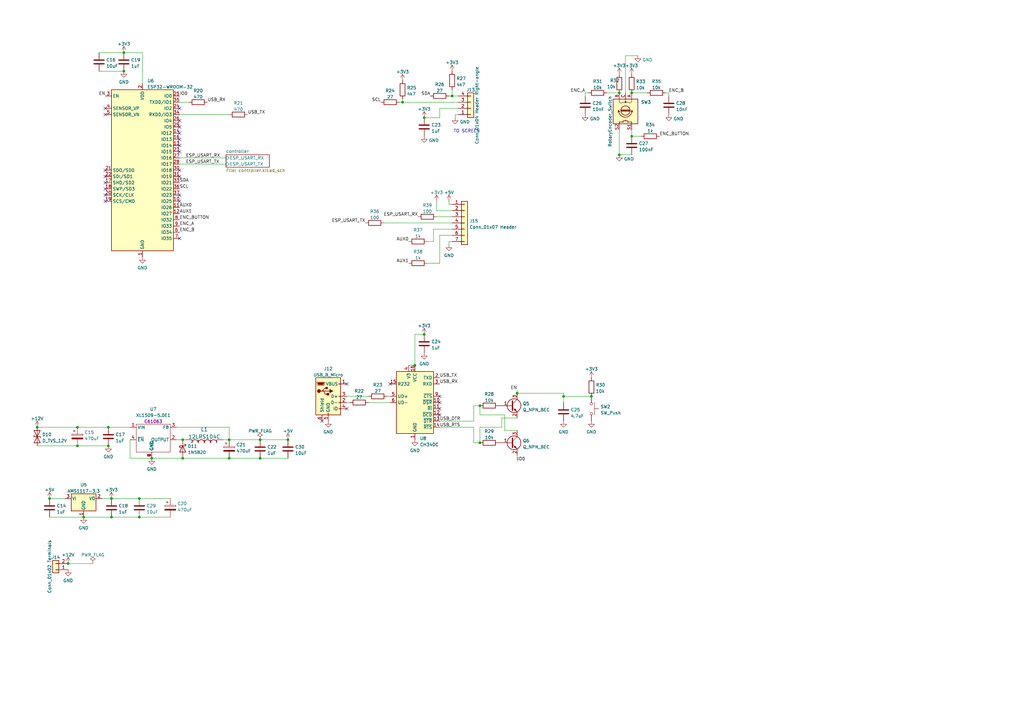
<source format=kicad_sch>
(kicad_sch (version 20211123) (generator eeschema)
  (paper "A3")
  (lib_symbols
    (symbol "Connector:USB_B_Micro" (pin_names (offset 1.016))
      (property "Reference" "J" (at -5.08 11.43 0))
      (property "Value" "USB_B_Micro" (at -5.08 8.89 0))
      (symbol "USB_B_Micro_0_1"
        (rectangle (start -5.08 -7.62) (end 5.08 7.62) (stroke (width 0.254)) (fill (type background)))
        (circle (center -3.81 2.159) (radius 0.635) (stroke (width 0.254)) (fill (type outline)))
        (circle (center -0.635 3.429) (radius 0.381) (stroke (width 0.254)) (fill (type outline)))
        (rectangle (start -0.127 -7.62) (end 0.127 -6.858))
        (polyline (pts (xy -1.905 2.159) (xy 0.635 2.159)) (stroke (width 0.254)))
        (polyline (pts (xy -3.175 2.159) (xy -2.54 2.159) (xy -1.27 3.429) (xy -0.635 3.429)) (stroke (width 0.254)))
        (polyline (pts (xy -2.54 2.159) (xy -1.905 2.159) (xy -1.27 0.889) (xy 0 0.889)) (stroke (width 0.254)))
        (polyline (pts (xy 0.635 2.794) (xy 0.635 1.524) (xy 1.905 2.159) (xy 0.635 2.794)) (stroke (width 0.254)) (fill (type outline)))
        (polyline (pts (xy -4.318 5.588) (xy -1.778 5.588) (xy -2.032 4.826) (xy -4.064 4.826) (xy -4.318 5.588)) (fill (type outline)))
        (polyline (pts (xy -4.699 5.842) (xy -4.699 5.588) (xy -4.445 4.826) (xy -4.445 4.572) (xy -1.651 4.572) (xy -1.651 4.826) (xy -1.397 5.588) (xy -1.397 5.842) (xy -4.699 5.842)))
        (rectangle (start 0.254 1.27) (end -0.508 0.508) (stroke (width 0.254)) (fill (type outline)))
        (rectangle (start 5.08 -5.207) (end 4.318 -4.953))
        (rectangle (start 5.08 -2.667) (end 4.318 -2.413))
        (rectangle (start 5.08 -0.127) (end 4.318 0.127))
        (rectangle (start 5.08 4.953) (end 4.318 5.207))
      )
      (symbol "USB_B_Micro_1_1"
        (pin power_out line (at 7.62 5.08 180) (length 2.54) (name "VBUS") (number "1"))
        (pin bidirectional line (at 7.62 -2.54 180) (length 2.54) (name "D-") (number "2"))
        (pin bidirectional line (at 7.62 0 180) (length 2.54) (name "D+") (number "3"))
        (pin passive line (at 7.62 -5.08 180) (length 2.54) (name "ID") (number "4"))
        (pin power_out line (at 0 -10.16 90) (length 2.54) (name "GND") (number "5"))
        (pin passive line (at -2.54 -10.16 90) (length 2.54) (name "Shield") (number "6"))
      )
    )
    (symbol "Connector_Generic:Conn_01x02" (pin_names (offset 1.016) hide)
      (property "Reference" "J" (at 0 2.54 0))
      (property "Value" "Conn_01x02" (at 0 -5.08 0))
      (symbol "Conn_01x02_1_1"
        (rectangle (start -1.27 -2.413) (end 0 -2.667) (stroke (width 0.1524)))
        (rectangle (start -1.27 0.127) (end 0 -0.127) (stroke (width 0.1524)))
        (rectangle (start -1.27 1.27) (end 1.27 -3.81) (stroke (width 0.254)) (fill (type background)))
        (pin passive line (at -5.08 0 0) (length 3.81) (name "Pin_1") (number "1"))
        (pin passive line (at -5.08 -2.54 0) (length 3.81) (name "Pin_2") (number "2"))
      )
    )
    (symbol "Connector_Generic:Conn_01x04" (pin_names (offset 1.016) hide)
      (property "Reference" "J" (at 0 5.08 0))
      (property "Value" "Conn_01x04" (at 0 -7.62 0))
      (symbol "Conn_01x04_1_1"
        (rectangle (start -1.27 -4.953) (end 0 -5.207) (stroke (width 0.1524)))
        (rectangle (start -1.27 -2.413) (end 0 -2.667) (stroke (width 0.1524)))
        (rectangle (start -1.27 0.127) (end 0 -0.127) (stroke (width 0.1524)))
        (rectangle (start -1.27 2.667) (end 0 2.413) (stroke (width 0.1524)))
        (rectangle (start -1.27 3.81) (end 1.27 -6.35) (stroke (width 0.254)) (fill (type background)))
        (pin passive line (at -5.08 2.54 0) (length 3.81) (name "Pin_1") (number "1"))
        (pin passive line (at -5.08 0 0) (length 3.81) (name "Pin_2") (number "2"))
        (pin passive line (at -5.08 -2.54 0) (length 3.81) (name "Pin_3") (number "3"))
        (pin passive line (at -5.08 -5.08 0) (length 3.81) (name "Pin_4") (number "4"))
      )
    )
    (symbol "Connector_Generic:Conn_01x07" (pin_names (offset 1.016) hide)
      (property "Reference" "J" (at 0 10.16 0))
      (property "Value" "Conn_01x07" (at 0 -10.16 0))
      (symbol "Conn_01x07_1_1"
        (rectangle (start -1.27 -7.493) (end 0 -7.747) (stroke (width 0.1524)))
        (rectangle (start -1.27 -4.953) (end 0 -5.207) (stroke (width 0.1524)))
        (rectangle (start -1.27 -2.413) (end 0 -2.667) (stroke (width 0.1524)))
        (rectangle (start -1.27 0.127) (end 0 -0.127) (stroke (width 0.1524)))
        (rectangle (start -1.27 2.667) (end 0 2.413) (stroke (width 0.1524)))
        (rectangle (start -1.27 5.207) (end 0 4.953) (stroke (width 0.1524)))
        (rectangle (start -1.27 7.747) (end 0 7.493) (stroke (width 0.1524)))
        (rectangle (start -1.27 8.89) (end 1.27 -8.89) (stroke (width 0.254)) (fill (type background)))
        (pin passive line (at -5.08 7.62 0) (length 3.81) (name "Pin_1") (number "1"))
        (pin passive line (at -5.08 5.08 0) (length 3.81) (name "Pin_2") (number "2"))
        (pin passive line (at -5.08 2.54 0) (length 3.81) (name "Pin_3") (number "3"))
        (pin passive line (at -5.08 0 0) (length 3.81) (name "Pin_4") (number "4"))
        (pin passive line (at -5.08 -2.54 0) (length 3.81) (name "Pin_5") (number "5"))
        (pin passive line (at -5.08 -5.08 0) (length 3.81) (name "Pin_6") (number "6"))
        (pin passive line (at -5.08 -7.62 0) (length 3.81) (name "Pin_7") (number "7"))
      )
    )
    (symbol "Device:C" (pin_numbers hide) (pin_names (offset 0.254))
      (property "Reference" "C" (at 0.635 2.54 0))
      (property "Value" "C" (at 0.635 -2.54 0))
      (symbol "C_0_1"
        (polyline (pts (xy -2.032 -0.762) (xy 2.032 -0.762)) (stroke (width 0.508)))
        (polyline (pts (xy -2.032 0.762) (xy 2.032 0.762)) (stroke (width 0.508)))
      )
      (symbol "C_1_1"
        (pin passive line (at 0 3.81 270) (length 2.794) (name "~") (number "1"))
        (pin passive line (at 0 -3.81 90) (length 2.794) (name "~") (number "2"))
      )
    )
    (symbol "Device:C_Polarized" (pin_numbers hide) (pin_names (offset 0.254))
      (property "Reference" "C" (at 0.635 2.54 0))
      (property "Value" "C_Polarized" (at 0.635 -2.54 0))
      (symbol "C_Polarized_0_1"
        (rectangle (start -2.286 0.508) (end 2.286 1.016))
        (polyline (pts (xy -1.778 2.286) (xy -0.762 2.286)))
        (polyline (pts (xy -1.27 2.794) (xy -1.27 1.778)))
        (rectangle (start 2.286 -0.508) (end -2.286 -1.016) (fill (type outline)))
      )
      (symbol "C_Polarized_1_1"
        (pin passive line (at 0 3.81 270) (length 2.794) (name "~") (number "1"))
        (pin passive line (at 0 -3.81 90) (length 2.794) (name "~") (number "2"))
      )
    )
    (symbol "Device:D_TVS" (pin_numbers hide) (pin_names (offset 1.016) hide)
      (property "Reference" "D" (at 0 2.54 0))
      (property "Value" "D_TVS" (at 0 -2.54 0))
      (symbol "D_TVS_0_1"
        (polyline (pts (xy 1.27 0) (xy -1.27 0)))
        (polyline (pts (xy 0.508 1.27) (xy 0 1.27) (xy 0 -1.27) (xy -0.508 -1.27)) (stroke (width 0.254)))
        (polyline (pts (xy -2.54 1.27) (xy -2.54 -1.27) (xy 2.54 1.27) (xy 2.54 -1.27) (xy -2.54 1.27)) (stroke (width 0.254)))
      )
      (symbol "D_TVS_1_1"
        (pin passive line (at -3.81 0 0) (length 2.54) (name "A1") (number "1"))
        (pin passive line (at 3.81 0 180) (length 2.54) (name "A2") (number "2"))
      )
    )
    (symbol "Device:Q_NPN_BEC" (pin_names (offset 0) hide)
      (property "Reference" "Q" (at 5.08 1.27 0))
      (property "Value" "Q_NPN_BEC" (at 5.08 -1.27 0))
      (symbol "Q_NPN_BEC_0_1"
        (polyline (pts (xy 0.635 0.635) (xy 2.54 2.54)))
        (polyline (pts (xy 0.635 -0.635) (xy 2.54 -2.54) (xy 2.54 -2.54)))
        (polyline (pts (xy 0.635 1.905) (xy 0.635 -1.905) (xy 0.635 -1.905)) (stroke (width 0.508)))
        (polyline (pts (xy 1.27 -1.778) (xy 1.778 -1.27) (xy 2.286 -2.286) (xy 1.27 -1.778) (xy 1.27 -1.778)) (fill (type outline)))
        (circle (center 1.27 0) (radius 2.8194) (stroke (width 0.254)))
      )
      (symbol "Q_NPN_BEC_1_1"
        (pin input line (at -5.08 0 0) (length 5.715) (name "B") (number "1"))
        (pin passive line (at 2.54 -5.08 90) (length 2.54) (name "E") (number "2"))
        (pin passive line (at 2.54 5.08 270) (length 2.54) (name "C") (number "3"))
      )
    )
    (symbol "Device:R" (pin_numbers hide) (pin_names (offset 0))
      (property "Reference" "R" (at 2.032 0 90))
      (property "Value" "R" (at 0 0 90))
      (symbol "R_0_1"
        (rectangle (start -1.016 -2.54) (end 1.016 2.54) (stroke (width 0.254)))
      )
      (symbol "R_1_1"
        (pin passive line (at 0 3.81 270) (length 1.27) (name "~") (number "1"))
        (pin passive line (at 0 -3.81 90) (length 1.27) (name "~") (number "2"))
      )
    )
    (symbol "Device:RotaryEncoder_Switch" (pin_names (offset 0.254) hide)
      (property "Reference" "SW" (at 0 6.604 0))
      (property "Value" "RotaryEncoder_Switch" (at 0 -6.604 0))
      (symbol "RotaryEncoder_Switch_0_1"
        (rectangle (start -5.08 5.08) (end 5.08 -5.08) (stroke (width 0.254)) (fill (type background)))
        (circle (center -3.81 0) (radius 0.254) (fill (type outline)))
        (arc (start -0.381 -2.794) (mid 2.3622 -0.0508) (end -0.381 2.667) (stroke (width 0.254)))
        (circle (center -0.381 0) (radius 1.905) (stroke (width 0.254)))
        (polyline (pts (xy -0.635 -1.778) (xy -0.635 1.778)) (stroke (width 0.254)))
        (polyline (pts (xy -0.381 -1.778) (xy -0.381 1.778)) (stroke (width 0.254)))
        (polyline (pts (xy -0.127 1.778) (xy -0.127 -1.778)) (stroke (width 0.254)))
        (polyline (pts (xy 3.81 0) (xy 3.429 0)) (stroke (width 0.254)))
        (polyline (pts (xy 3.81 1.016) (xy 3.81 -1.016)) (stroke (width 0.254)))
        (polyline (pts (xy -5.08 -2.54) (xy -3.81 -2.54) (xy -3.81 -2.032)))
        (polyline (pts (xy -5.08 2.54) (xy -3.81 2.54) (xy -3.81 2.032)))
        (polyline (pts (xy 0.254 -3.048) (xy -0.508 -2.794) (xy 0.127 -2.413)) (stroke (width 0.254)))
        (polyline (pts (xy 0.254 2.921) (xy -0.508 2.667) (xy 0.127 2.286)) (stroke (width 0.254)))
        (polyline (pts (xy 5.08 -2.54) (xy 4.318 -2.54) (xy 4.318 -1.016)) (stroke (width 0.254)))
        (polyline (pts (xy 5.08 2.54) (xy 4.318 2.54) (xy 4.318 1.016)) (stroke (width 0.254)))
        (polyline (pts (xy -5.08 0) (xy -3.81 0) (xy -3.81 -1.016) (xy -3.302 -2.032)))
        (polyline (pts (xy -4.318 0) (xy -3.81 0) (xy -3.81 1.016) (xy -3.302 2.032)))
        (circle (center 4.318 -1.016) (radius 0.127) (stroke (width 0.254)))
        (circle (center 4.318 1.016) (radius 0.127) (stroke (width 0.254)))
      )
      (symbol "RotaryEncoder_Switch_1_1"
        (pin passive line (at -7.62 2.54 0) (length 2.54) (name "A") (number "A"))
        (pin passive line (at -7.62 -2.54 0) (length 2.54) (name "B") (number "B"))
        (pin passive line (at -7.62 0 0) (length 2.54) (name "C") (number "C"))
        (pin passive line (at 7.62 2.54 180) (length 2.54) (name "S1") (number "S1"))
        (pin passive line (at 7.62 -2.54 180) (length 2.54) (name "S2") (number "S2"))
      )
    )
    (symbol "Diode:1N5820" (pin_numbers hide) (pin_names (offset 1.016) hide)
      (property "Reference" "D" (at 0 2.54 0))
      (property "Value" "1N5820" (at 0 -2.54 0))
      (symbol "1N5820_0_1"
        (polyline (pts (xy 1.27 0) (xy -1.27 0)))
        (polyline (pts (xy 1.27 1.27) (xy 1.27 -1.27) (xy -1.27 0) (xy 1.27 1.27)) (stroke (width 0.254)))
        (polyline (pts (xy -1.905 0.635) (xy -1.905 1.27) (xy -1.27 1.27) (xy -1.27 -1.27) (xy -0.635 -1.27) (xy -0.635 -0.635)) (stroke (width 0.254)))
      )
      (symbol "1N5820_1_1"
        (pin passive line (at -3.81 0 0) (length 2.54) (name "K") (number "1"))
        (pin passive line (at 3.81 0 180) (length 2.54) (name "A") (number "2"))
      )
    )
    (symbol "Homebrew:12LRS104C" (pin_numbers hide) (pin_names (offset 0) hide)
      (property "Reference" "L" (at -1.27 1.27 0))
      (property "Value" "12LRS104C" (at 0 -2.54 0))
      (symbol "12LRS104C_1_1"
        (arc (start -2.54 -1.27) (mid -3.81 0) (end -5.08 -1.27) (stroke (width 0.254)))
        (arc (start 0 -1.27) (mid -1.27 0) (end -2.54 -1.27) (stroke (width 0.254)))
        (polyline (pts (xy -5.08 0) (xy -5.08 -1.27)) (stroke (width 0.2032)))
        (polyline (pts (xy -2.54 0) (xy -2.54 -1.27)) (stroke (width 0.2032)))
        (polyline (pts (xy 0 0) (xy 0 -1.27)) (stroke (width 0.2032)))
        (polyline (pts (xy 2.54 0) (xy 2.54 -1.27)) (stroke (width 0.2032)))
        (polyline (pts (xy 5.08 0) (xy 5.08 -1.27)) (stroke (width 0.2032)))
        (arc (start 2.54 -1.27) (mid 1.27 0) (end 0 -1.27) (stroke (width 0.254)))
        (arc (start 5.08 -1.27) (mid 3.81 0) (end 2.54 -1.27) (stroke (width 0.254)))
        (pin bidirectional line (at -7.62 0 0) (length 2.54) (name "1") (number "1"))
        (pin bidirectional line (at 7.62 0 180) (length 2.54) (name "3") (number "3"))
      )
    )
    (symbol "Homebrew:XL1509-5.0E1"
      (property "Reference" "U" (at 5.08 -8.89 0))
      (property "Value" "XL1509-5.0E1" (at 0 5.08 0))
      (symbol "XL1509-5.0E1_0_1"
        (rectangle (start -5.08 3.81) (end 8.89 -7.62) (stroke (width 0.1524)))
      )
      (symbol "XL1509-5.0E1_1_1"
        (pin power_in line (at -7.62 2.54 0) (length 2.54) (name "VIN") (number "1"))
        (pin input line (at 11.43 -2.54 180) (length 2.54) (name "OUTPUT") (number "2"))
        (pin input line (at 11.43 2.54 180) (length 2.54) (name "FB") (number "3"))
        (pin input line (at -7.62 -2.54 0) (length 2.54) (name "~{EN}") (number "4"))
        (pin power_in line (at 1.27 -10.16 90) (length 2.54) (name "GND") (number "5"))
        (pin power_in line (at 1.27 -10.16 90) (length 2.54) (name "GND") (number "6"))
        (pin power_in line (at 1.27 -10.16 90) (length 2.54) (name "GND") (number "7"))
        (pin power_in line (at 1.27 -10.16 90) (length 2.54) (name "GND") (number "8"))
      )
    )
    (symbol "Interface_USB:CH340C"
      (property "Reference" "U" (at -5.08 13.97 0))
      (property "Value" "CH340C" (at 1.27 13.97 0))
      (symbol "CH340C_0_1"
        (rectangle (start -7.62 12.7) (end 7.62 -12.7) (stroke (width 0.254)) (fill (type background)))
      )
      (symbol "CH340C_1_1"
        (pin power_in line (at 0 -15.24 90) (length 2.54) (name "GND") (number "1"))
        (pin input line (at 10.16 0 180) (length 2.54) (name "~{DSR}") (number "10"))
        (pin input line (at 10.16 -2.54 180) (length 2.54) (name "~{RI}") (number "11"))
        (pin input line (at 10.16 -5.08 180) (length 2.54) (name "~{DCD}") (number "12"))
        (pin output line (at 10.16 -7.62 180) (length 2.54) (name "~{DTR}") (number "13"))
        (pin output line (at 10.16 -10.16 180) (length 2.54) (name "~{RTS}") (number "14"))
        (pin input line (at -10.16 7.62 0) (length 2.54) (name "R232") (number "15"))
        (pin power_in line (at 0 15.24 270) (length 2.54) (name "VCC") (number "16"))
        (pin output line (at 10.16 10.16 180) (length 2.54) (name "TXD") (number "2"))
        (pin input line (at 10.16 7.62 180) (length 2.54) (name "RXD") (number "3"))
        (pin passive line (at -2.54 15.24 270) (length 2.54) (name "V3") (number "4"))
        (pin bidirectional line (at -10.16 2.54 0) (length 2.54) (name "UD+") (number "5"))
        (pin bidirectional line (at -10.16 0 0) (length 2.54) (name "UD-") (number "6"))
        (pin no_connect line (at -7.62 -7.62 0) (length 2.54) hide (name "NC") (number "7"))
        (pin no_connect line (at -7.62 -10.16 0) (length 2.54) hide (name "NC") (number "8"))
        (pin input line (at 10.16 2.54 180) (length 2.54) (name "~{CTS}") (number "9"))
      )
    )
    (symbol "RF_Module:ESP32-WROOM-32"
      (property "Reference" "U" (at -12.7 34.29 0))
      (property "Value" "ESP32-WROOM-32" (at 1.27 34.29 0))
      (symbol "ESP32-WROOM-32_0_1"
        (rectangle (start -12.7 33.02) (end 12.7 -33.02) (stroke (width 0.254)) (fill (type background)))
      )
      (symbol "ESP32-WROOM-32_1_1"
        (pin power_in line (at 0 -35.56 90) (length 2.54) (name "GND") (number "1"))
        (pin bidirectional line (at 15.24 -12.7 180) (length 2.54) (name "IO25") (number "10"))
        (pin bidirectional line (at 15.24 -15.24 180) (length 2.54) (name "IO26") (number "11"))
        (pin bidirectional line (at 15.24 -17.78 180) (length 2.54) (name "IO27") (number "12"))
        (pin bidirectional line (at 15.24 10.16 180) (length 2.54) (name "IO14") (number "13"))
        (pin bidirectional line (at 15.24 15.24 180) (length 2.54) (name "IO12") (number "14"))
        (pin passive line (at 0 -35.56 90) (length 2.54) hide (name "GND") (number "15"))
        (pin bidirectional line (at 15.24 12.7 180) (length 2.54) (name "IO13") (number "16"))
        (pin bidirectional line (at -15.24 -5.08 0) (length 2.54) (name "SHD/SD2") (number "17"))
        (pin bidirectional line (at -15.24 -7.62 0) (length 2.54) (name "SWP/SD3") (number "18"))
        (pin bidirectional line (at -15.24 -12.7 0) (length 2.54) (name "SCS/CMD") (number "19"))
        (pin power_in line (at 0 35.56 270) (length 2.54) (name "VDD") (number "2"))
        (pin bidirectional line (at -15.24 -10.16 0) (length 2.54) (name "SCK/CLK") (number "20"))
        (pin bidirectional line (at -15.24 0 0) (length 2.54) (name "SDO/SD0") (number "21"))
        (pin bidirectional line (at -15.24 -2.54 0) (length 2.54) (name "SDI/SD1") (number "22"))
        (pin bidirectional line (at 15.24 7.62 180) (length 2.54) (name "IO15") (number "23"))
        (pin bidirectional line (at 15.24 25.4 180) (length 2.54) (name "IO2") (number "24"))
        (pin bidirectional line (at 15.24 30.48 180) (length 2.54) (name "IO0") (number "25"))
        (pin bidirectional line (at 15.24 20.32 180) (length 2.54) (name "IO4") (number "26"))
        (pin bidirectional line (at 15.24 5.08 180) (length 2.54) (name "IO16") (number "27"))
        (pin bidirectional line (at 15.24 2.54 180) (length 2.54) (name "IO17") (number "28"))
        (pin bidirectional line (at 15.24 17.78 180) (length 2.54) (name "IO5") (number "29"))
        (pin input line (at -15.24 30.48 0) (length 2.54) (name "EN") (number "3"))
        (pin bidirectional line (at 15.24 0 180) (length 2.54) (name "IO18") (number "30"))
        (pin bidirectional line (at 15.24 -2.54 180) (length 2.54) (name "IO19") (number "31"))
        (pin no_connect line (at -12.7 -27.94 0) (length 2.54) hide (name "NC") (number "32"))
        (pin bidirectional line (at 15.24 -5.08 180) (length 2.54) (name "IO21") (number "33"))
        (pin bidirectional line (at 15.24 22.86 180) (length 2.54) (name "RXD0/IO3") (number "34"))
        (pin bidirectional line (at 15.24 27.94 180) (length 2.54) (name "TXD0/IO1") (number "35"))
        (pin bidirectional line (at 15.24 -7.62 180) (length 2.54) (name "IO22") (number "36"))
        (pin bidirectional line (at 15.24 -10.16 180) (length 2.54) (name "IO23") (number "37"))
        (pin passive line (at 0 -35.56 90) (length 2.54) hide (name "GND") (number "38"))
        (pin passive line (at 0 -35.56 90) (length 2.54) hide (name "GND") (number "39"))
        (pin input line (at -15.24 25.4 0) (length 2.54) (name "SENSOR_VP") (number "4"))
        (pin input line (at -15.24 22.86 0) (length 2.54) (name "SENSOR_VN") (number "5"))
        (pin input line (at 15.24 -25.4 180) (length 2.54) (name "IO34") (number "6"))
        (pin input line (at 15.24 -27.94 180) (length 2.54) (name "IO35") (number "7"))
        (pin bidirectional line (at 15.24 -20.32 180) (length 2.54) (name "IO32") (number "8"))
        (pin bidirectional line (at 15.24 -22.86 180) (length 2.54) (name "IO33") (number "9"))
      )
    )
    (symbol "Regulator_Linear:AMS1117-3.3" (pin_names (offset 0.254))
      (property "Reference" "U" (at -3.81 3.175 0))
      (property "Value" "AMS1117-3.3" (at 0 3.175 0))
      (symbol "AMS1117-3.3_0_1"
        (rectangle (start -5.08 -5.08) (end 5.08 1.905) (stroke (width 0.254)) (fill (type background)))
      )
      (symbol "AMS1117-3.3_1_1"
        (pin power_in line (at 0 -7.62 90) (length 2.54) (name "GND") (number "1"))
        (pin power_out line (at 7.62 0 180) (length 2.54) (name "VO") (number "2"))
        (pin power_in line (at -7.62 0 0) (length 2.54) (name "VI") (number "3"))
      )
    )
    (symbol "Switch:SW_Push" (pin_numbers hide) (pin_names (offset 1.016) hide)
      (property "Reference" "SW" (at 1.27 2.54 0))
      (property "Value" "SW_Push" (at 0 -1.524 0))
      (symbol "SW_Push_0_1"
        (circle (center -2.032 0) (radius 0.508))
        (polyline (pts (xy 0 1.27) (xy 0 3.048)))
        (polyline (pts (xy 2.54 1.27) (xy -2.54 1.27)))
        (circle (center 2.032 0) (radius 0.508))
        (pin passive line (at -5.08 0 0) (length 2.54) (name "1") (number "1"))
        (pin passive line (at 5.08 0 180) (length 2.54) (name "2") (number "2"))
      )
    )
    (symbol "power:+12V" (power) (pin_names (offset 0))
      (property "Value" "+12V" (at 0 3.556 0))
      (symbol "+12V_0_1"
        (polyline (pts (xy -0.762 1.27) (xy 0 2.54)))
        (polyline (pts (xy 0 0) (xy 0 2.54)))
        (polyline (pts (xy 0 2.54) (xy 0.762 1.27)))
      )
      (symbol "+12V_1_1"
        (pin power_in line (at 0 0 90) (length 0) hide (name "+12V") (number "1"))
      )
    )
    (symbol "power:+3V3" (power) (pin_names (offset 0))
      (property "Value" "+3V3" (at 0 3.556 0))
      (symbol "+3V3_0_1"
        (polyline (pts (xy -0.762 1.27) (xy 0 2.54)))
        (polyline (pts (xy 0 0) (xy 0 2.54)))
        (polyline (pts (xy 0 2.54) (xy 0.762 1.27)))
      )
      (symbol "+3V3_1_1"
        (pin power_in line (at 0 0 90) (length 0) hide (name "+3V3") (number "1"))
      )
    )
    (symbol "power:+5V" (power) (pin_names (offset 0))
      (property "Value" "+5V" (at 0 3.556 0))
      (symbol "+5V_0_1"
        (polyline (pts (xy -0.762 1.27) (xy 0 2.54)))
        (polyline (pts (xy 0 0) (xy 0 2.54)))
        (polyline (pts (xy 0 2.54) (xy 0.762 1.27)))
      )
      (symbol "+5V_1_1"
        (pin power_in line (at 0 0 90) (length 0) hide (name "+5V") (number "1"))
      )
    )
    (symbol "power:GND" (power) (pin_names (offset 0))
      (property "Value" "GND" (at 0 -3.81 0))
      (symbol "GND_0_1"
        (polyline (pts (xy 0 0) (xy 0 -1.27) (xy 1.27 -1.27) (xy 0 -2.54) (xy -1.27 -1.27) (xy 0 -1.27)))
      )
      (symbol "GND_1_1"
        (pin power_in line (at 0 0 270) (length 0) hide (name "GND") (number "1"))
      )
    )
    (symbol "power:PWR_FLAG" (power) (pin_numbers hide) (pin_names (offset 0) hide)
      (property "Value" "PWR_FLAG" (at 0 3.81 0))
      (symbol "PWR_FLAG_0_0"
        (pin power_out line (at 0 0 90) (length 0) (name "pwr") (number "1"))
      )
      (symbol "PWR_FLAG_0_1"
        (polyline (pts (xy 0 0) (xy 0 1.27) (xy -1.016 1.905) (xy 0 2.54) (xy 1.016 1.905) (xy 0 1.27)))
      )
    )
  )
  (junction (at 196.85 166.37))
  (junction (at 106.68 180.34))
  (junction (at 165.1 41.91))
  (junction (at 170.18 149.86))
  (junction (at 254 38.1))
  (junction (at 45.72 212.09))
  (junction (at 62.23 187.96))
  (junction (at 173.99 137.16))
  (junction (at 106.68 187.96))
  (junction (at 50.8 21.59))
  (junction (at 93.98 180.34))
  (junction (at 57.15 212.09))
  (junction (at 254 63.5))
  (junction (at 27.94 231.14))
  (junction (at 118.11 180.34))
  (junction (at 212.09 161.29))
  (junction (at 31.75 182.88))
  (junction (at 57.15 204.47))
  (junction (at 242.57 162.56))
  (junction (at 231.14 162.56))
  (junction (at 15.24 175.26))
  (junction (at 259.08 55.88))
  (junction (at 74.93 180.34))
  (junction (at 44.45 175.26))
  (junction (at 196.85 181.61))
  (junction (at 259.08 38.1))
  (junction (at 93.98 187.96))
  (junction (at 31.75 175.26))
  (junction (at 50.8 29.21))
  (junction (at 44.45 182.88))
  (junction (at 173.99 48.26))
  (junction (at 34.29 212.09))
  (junction (at 74.93 187.96))
  (junction (at 45.72 204.47))
  (junction (at 185.42 39.37))
  (junction (at 20.32 204.47))
  (no_connect (at 180.34 162.56))
  (no_connect (at 43.18 69.85))
  (no_connect (at 142.24 167.64))
  (no_connect (at 180.34 167.64))
  (no_connect (at 73.66 44.45))
  (no_connect (at 73.66 49.53))
  (no_connect (at 73.66 52.07))
  (no_connect (at 73.66 54.61))
  (no_connect (at 73.66 97.79))
  (no_connect (at 73.66 57.15))
  (no_connect (at 73.66 59.69))
  (no_connect (at 73.66 62.23))
  (no_connect (at 73.66 69.85))
  (no_connect (at 73.66 72.39))
  (no_connect (at 73.66 80.01))
  (no_connect (at 142.24 157.48))
  (no_connect (at 43.18 46.99))
  (no_connect (at 180.34 170.18))
  (no_connect (at 43.18 74.93))
  (no_connect (at 43.18 72.39))
  (no_connect (at 73.66 82.55))
  (no_connect (at 43.18 82.55))
  (no_connect (at 43.18 80.01))
  (no_connect (at 43.18 77.47))
  (no_connect (at 132.08 172.72))
  (no_connect (at 160.02 157.48))
  (no_connect (at 43.18 44.45))
  (no_connect (at 180.34 165.1))
  (wire (pts (xy 41.91 204.47) (xy 45.72 204.47)))
  (wire (pts (xy 231.14 162.56) (xy 242.57 162.56)))
  (wire (pts (xy 106.68 180.34) (xy 118.11 180.34)))
  (wire (pts (xy 72.39 175.26) (xy 93.98 175.26)))
  (wire (pts (xy 274.32 38.1) (xy 274.32 39.37)))
  (wire (pts (xy 259.08 38.1) (xy 265.43 38.1)))
  (wire (pts (xy 179.07 88.9) (xy 185.42 88.9)))
  (wire (pts (xy 57.15 212.09) (xy 69.85 212.09)))
  (wire (pts (xy 212.09 171.45) (xy 205.74 171.45)))
  (wire (pts (xy 157.48 91.44) (xy 185.42 91.44)))
  (wire (pts (xy 231.14 165.1) (xy 231.14 162.56)))
  (wire (pts (xy 212.09 186.69) (xy 212.09 189.23)))
  (wire (pts (xy 248.92 38.1) (xy 254 38.1)))
  (wire (pts (xy 165.1 40.64) (xy 165.1 41.91)))
  (wire (pts (xy 177.8 99.06) (xy 177.8 93.98)))
  (wire (pts (xy 184.15 82.55) (xy 184.15 83.82)))
  (wire (pts (xy 167.64 149.86) (xy 170.18 149.86)))
  (wire (pts (xy 179.07 86.36) (xy 185.42 86.36)))
  (wire (pts (xy 93.98 175.26) (xy 93.98 180.34)))
  (wire (pts (xy 31.75 182.88) (xy 44.45 182.88)))
  (wire (pts (xy 240.03 38.1) (xy 241.3 38.1)))
  (wire (pts (xy 180.34 44.45) (xy 180.34 48.26)))
  (wire (pts (xy 179.07 82.55) (xy 179.07 86.36)))
  (wire (pts (xy 173.99 137.16) (xy 170.18 137.16)))
  (wire (pts (xy 180.34 48.26) (xy 173.99 48.26)))
  (wire (pts (xy 254 63.5) (xy 259.08 63.5)))
  (wire (pts (xy 73.66 67.31) (xy 92.71 67.31)))
  (wire (pts (xy 185.42 39.37) (xy 187.96 39.37)))
  (wire (pts (xy 74.93 187.96) (xy 93.98 187.96)))
  (wire (pts (xy 15.24 182.88) (xy 31.75 182.88)))
  (wire (pts (xy 240.03 39.37) (xy 240.03 38.1)))
  (wire (pts (xy 196.85 166.37) (xy 196.85 170.18)))
  (wire (pts (xy 106.68 187.96) (xy 118.11 187.96)))
  (wire (pts (xy 259.08 53.34) (xy 259.08 55.88)))
  (wire (pts (xy 186.69 46.99) (xy 187.96 46.99)))
  (wire (pts (xy 170.18 137.16) (xy 170.18 149.86)))
  (wire (pts (xy 231.14 162.56) (xy 231.14 161.29)))
  (wire (pts (xy 186.69 48.26) (xy 186.69 46.99)))
  (wire (pts (xy 44.45 175.26) (xy 53.34 175.26)))
  (wire (pts (xy 273.05 38.1) (xy 274.32 38.1)))
  (wire (pts (xy 196.85 170.18) (xy 207.01 170.18)))
  (wire (pts (xy 256.54 38.1) (xy 256.54 22.86)))
  (wire (pts (xy 231.14 161.29) (xy 212.09 161.29)))
  (wire (pts (xy 205.74 171.45) (xy 205.74 175.26)))
  (wire (pts (xy 40.64 21.59) (xy 50.8 21.59)))
  (wire (pts (xy 254 53.34) (xy 254 63.5)))
  (wire (pts (xy 194.31 172.72) (xy 194.31 166.37)))
  (wire (pts (xy 259.08 55.88) (xy 262.89 55.88)))
  (wire (pts (xy 184.15 99.06) (xy 185.42 99.06)))
  (wire (pts (xy 73.66 41.91) (xy 77.47 41.91)))
  (wire (pts (xy 207.01 176.53) (xy 212.09 176.53)))
  (wire (pts (xy 58.42 21.59) (xy 58.42 34.29)))
  (wire (pts (xy 73.66 64.77) (xy 92.71 64.77)))
  (wire (pts (xy 73.66 46.99) (xy 93.98 46.99)))
  (wire (pts (xy 31.75 175.26) (xy 44.45 175.26)))
  (wire (pts (xy 196.85 175.26) (xy 196.85 181.61)))
  (wire (pts (xy 27.94 231.14) (xy 38.1 231.14)))
  (wire (pts (xy 196.85 181.61) (xy 194.31 181.61)))
  (wire (pts (xy 163.83 41.91) (xy 165.1 41.91)))
  (wire (pts (xy 194.31 181.61) (xy 194.31 175.26)))
  (wire (pts (xy 175.26 99.06) (xy 177.8 99.06)))
  (wire (pts (xy 15.24 175.26) (xy 31.75 175.26)))
  (wire (pts (xy 194.31 166.37) (xy 196.85 166.37)))
  (wire (pts (xy 180.34 96.52) (xy 185.42 96.52)))
  (wire (pts (xy 74.93 180.34) (xy 76.2 180.34)))
  (wire (pts (xy 93.98 180.34) (xy 106.68 180.34)))
  (wire (pts (xy 180.34 175.26) (xy 194.31 175.26)))
  (wire (pts (xy 177.8 93.98) (xy 185.42 93.98)))
  (wire (pts (xy 207.01 170.18) (xy 207.01 176.53)))
  (wire (pts (xy 184.15 39.37) (xy 185.42 39.37)))
  (wire (pts (xy 53.34 180.34) (xy 53.34 187.96)))
  (wire (pts (xy 184.15 100.33) (xy 184.15 99.06)))
  (wire (pts (xy 20.32 212.09) (xy 34.29 212.09)))
  (wire (pts (xy 20.32 204.47) (xy 26.67 204.47)))
  (wire (pts (xy 40.64 29.21) (xy 50.8 29.21)))
  (wire (pts (xy 142.24 165.1) (xy 143.51 165.1)))
  (wire (pts (xy 212.09 160.02) (xy 212.09 161.29)))
  (wire (pts (xy 93.98 187.96) (xy 106.68 187.96)))
  (wire (pts (xy 142.24 162.56) (xy 151.13 162.56)))
  (wire (pts (xy 62.23 187.96) (xy 74.93 187.96)))
  (wire (pts (xy 184.15 83.82) (xy 185.42 83.82)))
  (wire (pts (xy 53.34 187.96) (xy 62.23 187.96)))
  (wire (pts (xy 256.54 22.86) (xy 261.62 22.86)))
  (wire (pts (xy 187.96 44.45) (xy 180.34 44.45)))
  (wire (pts (xy 165.1 41.91) (xy 187.96 41.91)))
  (wire (pts (xy 34.29 212.09) (xy 45.72 212.09)))
  (wire (pts (xy 180.34 107.95) (xy 180.34 96.52)))
  (wire (pts (xy 151.13 165.1) (xy 160.02 165.1)))
  (wire (pts (xy 45.72 204.47) (xy 57.15 204.47)))
  (wire (pts (xy 57.15 204.47) (xy 69.85 204.47)))
  (wire (pts (xy 50.8 21.59) (xy 58.42 21.59)))
  (wire (pts (xy 72.39 180.34) (xy 74.93 180.34)))
  (wire (pts (xy 180.34 172.72) (xy 194.31 172.72)))
  (wire (pts (xy 158.75 162.56) (xy 160.02 162.56)))
  (wire (pts (xy 185.42 36.83) (xy 185.42 39.37)))
  (wire (pts (xy 91.44 180.34) (xy 93.98 180.34)))
  (wire (pts (xy 205.74 175.26) (xy 196.85 175.26)))
  (wire (pts (xy 45.72 212.09) (xy 57.15 212.09)))
  (wire (pts (xy 175.26 107.95) (xy 180.34 107.95)))
  (text "TO SCREEN" (at 196.85 54.61 180) (effects (font (size 1.27 1.27)) (justify right bottom)))
  (label "ENC_A" (at 73.66 92.71 0))
  (label "ENC_B" (at 274.32 38.1 0))
  (label "SDA" (at 73.66 74.93 0))
  (label "USB_DTR" (at 180.34 172.72 0))
  (label "AUX1" (at 167.64 107.95 180))
  (label "AUX0" (at 73.66 85.09 0))
  (label "USB_RTS" (at 180.34 175.26 0))
  (label "SCL" (at 156.21 41.91 180))
  (label "SDA" (at 176.53 39.37 180))
  (label "USB_TX" (at 180.34 154.94 0))
  (label "IO0" (at 212.09 189.23 0))
  (label "AUX1" (at 73.66 87.63 0))
  (label "USB_TX" (at 101.6 46.99 0))
  (label "ESP_USART_TX" (at 149.86 91.44 180))
  (label "AUX0" (at 167.64 99.06 180))
  (label "ENC_B" (at 73.66 95.25 0))
  (label "USB_RX" (at 85.09 41.91 0))
  (label "USB_RX" (at 180.34 157.48 0))
  (label "IO0" (at 73.66 39.37 0))
  (label "SCL" (at 73.66 77.47 0))
  (label "ENC_BUTTON" (at 270.51 55.88 0))
  (label "ESP_USART_RX" (at 76.2 64.77 0))
  (label "ESP_USART_TX" (at 76.2 67.31 0))
  (label "EN" (at 212.09 160.02 180))
  (label "ESP_USART_RX" (at 171.45 88.9 180))
  (label "EN" (at 43.18 39.37 180))
  (label "ENC_BUTTON" (at 73.66 90.17 0))
  (label "ENC_A" (at 240.03 38.1 180))
  (symbol (lib_id "power:GND") (at 44.45 182.88 0) (unit 1)
    (property "Reference" "#PWR0109" (effects hide))
    (property "Value" "GND" (at 44.45 187.3234 0))
  )
  (symbol (lib_id "Switch:SW_Push") (at 242.57 167.64 270) (unit 1)
    (property "Reference" "SW2" (at 246.253 166.8053 90) (effects (justify left)))
    (property "Value" "SW_Push" (at 246.253 169.3422 90) (effects (justify left)))
    (property "Footprint" "Homebrew:SW_TACTILE_5.1MM_TS-1187A-C-D-B" (effects hide))
    (property "LCSC" "C318884" (effects hide))
  )
  (symbol (lib_id "Device:R") (at 171.45 107.95 90) (unit 1)
    (property "Reference" "R38" (at 171.45 103.2342 90))
    (property "Value" "1k" (at 171.45 105.7711 90))
    (property "Footprint" "Resistor_SMD:R_0402_1005Metric" (effects hide))
    (property "LCSC" "C11702" (effects hide))
  )
  (symbol (lib_id "Device:R") (at 165.1 36.83 0) (unit 1)
    (property "Reference" "R25" (at 166.878 35.9953 0) (effects (justify left)))
    (property "Value" "4k7" (at 166.878 38.5322 0) (effects (justify left)))
    (property "Footprint" "Resistor_SMD:R_0402_1005Metric" (effects hide))
    (property "LCSC" "C25900" (effects hide))
  )
  (symbol (lib_id "Device:R") (at 242.57 158.75 180) (unit 1)
    (property "Reference" "R30" (at 244.348 157.9153 0) (effects (justify right)))
    (property "Value" "10k" (at 244.348 160.4522 0) (effects (justify right)))
    (property "Footprint" "Resistor_SMD:R_0402_1005Metric" (effects hide))
    (property "LCSC" "C25744" (effects hide))
  )
  (symbol (lib_id "power:GND") (at 240.03 46.99 0) (unit 1)
    (property "Reference" "#PWR048" (effects hide))
    (property "Value" "GND" (at 241.935 48.6938 0) (effects (justify left)))
  )
  (symbol (lib_id "Device:RotaryEncoder_Switch") (at 256.54 45.72 270) (unit 1)
    (property "Reference" "SW3" (at 262.89 41.91 90) (effects (justify left)))
    (property "Value" "RotaryEncoder_Switch" (at 250.19 39.37 0) (effects (justify left)))
    (property "Footprint" "Homebrew:BOURNS_PEC12R-4xxxF-Sxxxx" (effects hide))
    (property "MPN" "PEC12R-4230F-S0024" (effects hide))
  )
  (symbol (lib_id "power:+12V") (at 27.94 231.14 0) (unit 1)
    (property "Reference" "#PWR054" (effects hide))
    (property "Value" "+12V" (at 27.94 227.5642 0))
  )
  (symbol (lib_id "power:PWR_FLAG") (at 38.1 231.14 0) (unit 1)
    (property "Reference" "#FLG01" (effects hide))
    (property "Value" "PWR_FLAG" (at 38.1 227.5642 0))
  )
  (symbol (lib_id "Device:R") (at 259.08 34.29 180) (unit 1)
    (property "Reference" "R33" (at 260.858 33.4553 0) (effects (justify right)))
    (property "Value" "10k" (at 260.858 35.9922 0) (effects (justify right)))
    (property "Footprint" "Resistor_SMD:R_0402_1005Metric" (effects hide))
    (property "LCSC" "C25744" (effects hide))
  )
  (symbol (lib_id "power:GND") (at 242.57 172.72 0) (unit 1)
    (property "Reference" "#PWR0110" (effects hide))
    (property "Value" "GND" (at 242.57 177.1634 0))
  )
  (symbol (lib_id "power:+3V3") (at 165.1 33.02 0) (unit 1)
    (property "Reference" "#PWR043" (effects hide))
    (property "Value" "+3V3" (at 165.1 29.4442 0))
  )
  (symbol (lib_id "Device:R") (at 200.66 181.61 90) (unit 1)
    (property "Reference" "R29" (at 200.66 176.8942 90))
    (property "Value" "10k" (at 200.66 179.4311 90))
    (property "Footprint" "Resistor_SMD:R_0402_1005Metric" (effects hide))
    (property "LCSC" "C25744" (effects hide))
  )
  (symbol (lib_id "power:+3V3") (at 173.99 137.16 0) (unit 1)
    (property "Reference" "#PWR0102" (effects hide))
    (property "Value" "+3V3" (at 173.99 133.5842 0))
  )
  (symbol (lib_id "Homebrew:XL1509-5.0E1") (at 60.96 177.8 0) (unit 1)
    (property "Reference" "U7" (at 62.865 167.8042 0))
    (property "Value" "XL1509-5.0E1" (at 62.865 170.3411 0))
    (property "Footprint" "Package_SO:SOIC-8_5.23x5.23mm_P1.27mm" (effects hide))
    (property "Datasheet" "https://datasheet.lcsc.com/lcsc/1809050422_XLSEMI-XL1509-5-0E1_C61063.pdf" (effects hide))
    (property "LCSC" "C61063" (at 62.865 172.878 0))
  )
  (symbol (lib_id "power:GND") (at 231.14 172.72 0) (unit 1)
    (property "Reference" "#PWR0111" (effects hide))
    (property "Value" "GND" (at 231.14 177.1634 0))
  )
  (symbol (lib_id "Device:C") (at 20.32 208.28 0) (unit 1)
    (property "Reference" "C14" (at 23.241 207.4453 0) (effects (justify left)))
    (property "Value" "1uF" (at 23.241 209.9822 0) (effects (justify left)))
    (property "Footprint" "Capacitor_SMD:C_0402_1005Metric" (effects hide))
    (property "LCSC" "C52923" (effects hide))
  )
  (symbol (lib_id "Connector:USB_B_Micro") (at 134.62 162.56 0) (unit 1)
    (property "Reference" "J12" (at 134.62 151.2402 0))
    (property "Value" "USB_B_Micro" (at 134.62 153.7771 0))
    (property "Footprint" "Homebrew:FRAMATOME_10118194-0001LF_fixed_bridges" (effects hide))
    (property "LCSC" "C132563" (effects hide))
  )
  (symbol (lib_id "Device:R") (at 171.45 99.06 90) (unit 1)
    (property "Reference" "R37" (at 171.45 94.3442 90))
    (property "Value" "1k" (at 171.45 96.8811 90))
    (property "Footprint" "Resistor_SMD:R_0402_1005Metric" (effects hide))
    (property "LCSC" "C11702" (effects hide))
  )
  (symbol (lib_id "power:GND") (at 261.62 22.86 0) (unit 1)
    (property "Reference" "#PWR052" (effects hide))
    (property "Value" "GND" (at 263.525 24.5638 0) (effects (justify left)))
  )
  (symbol (lib_id "Homebrew:12LRS104C") (at 83.82 180.34 0) (unit 1)
    (property "Reference" "L1" (at 83.82 176.1289 0) (effects (font (size 1.524 1.524))))
    (property "Value" "12LRS104C" (at 83.82 179.1223 0) (effects (font (size 1.524 1.524))))
    (property "Footprint" "Homebrew:12LRS104C" (effects hide))
    (property "Datasheet" "https://search.murata.co.jp/Ceramy/image/img/P02A/kmp_1200lr.pdf" (effects hide))
    (property "MPN" "12LRS104C" (effects hide))
  )
  (symbol (lib_id "power:+5V") (at 118.11 180.34 0) (unit 1)
    (property "Reference" "#PWR0113" (effects hide))
    (property "Value" "+5V" (at 118.11 176.7642 0))
  )
  (symbol (lib_id "Device:C") (at 50.8 25.4 0) (unit 1)
    (property "Reference" "C19" (at 53.721 24.5653 0) (effects (justify left)))
    (property "Value" "1uF" (at 53.721 27.1022 0) (effects (justify left)))
    (property "Footprint" "Capacitor_SMD:C_0402_1005Metric" (effects hide))
    (property "LCSC" "C52923" (effects hide))
  )
  (symbol (lib_id "power:GND") (at 62.23 187.96 0) (unit 1)
    (property "Reference" "#PWR0108" (effects hide))
    (property "Value" "GND" (at 62.23 192.4034 0))
  )
  (symbol (lib_id "power:+3V3") (at 185.42 29.21 0) (unit 1)
    (property "Reference" "#PWR046" (effects hide))
    (property "Value" "+3V3" (at 185.42 25.6342 0))
  )
  (symbol (lib_id "power:GND") (at 173.99 144.78 0) (unit 1)
    (property "Reference" "#PWR0103" (effects hide))
    (property "Value" "GND" (at 173.99 149.2234 0))
  )
  (symbol (lib_id "power:GND") (at 50.8 29.21 0) (unit 1)
    (property "Reference" "#PWR041" (effects hide))
    (property "Value" "GND" (at 50.8 33.6534 0))
  )
  (symbol (lib_id "power:+3V3") (at 242.57 154.94 0) (unit 1)
    (property "Reference" "#PWR0112" (effects hide))
    (property "Value" "+3V3" (at 242.57 151.3642 0))
  )
  (symbol (lib_id "power:+3V3") (at 173.99 48.26 0) (unit 1)
    (property "Reference" "#PWR044" (effects hide))
    (property "Value" "+3V3" (at 173.99 44.6842 0))
  )
  (symbol (lib_id "power:GND") (at 173.99 55.88 0) (unit 1)
    (property "Reference" "#PWR045" (effects hide))
    (property "Value" "GND" (at 175.895 57.5838 0) (effects (justify left)))
  )
  (symbol (lib_id "RF_Module:ESP32-WROOM-32") (at 58.42 69.85 0) (unit 1)
    (property "Reference" "U6" (at 60.4394 33.1302 0) (effects (justify left)))
    (property "Value" "ESP32-WROOM-32" (at 60.4394 35.6671 0) (effects (justify left)))
    (property "Footprint" "RF_Module:ESP32-WROOM-32" (effects hide))
    (property "Datasheet" "https://www.espressif.com/sites/default/files/documentation/esp32-wroom-32_datasheet_en.pdf" (effects hide))
  )
  (symbol (lib_id "Diode:1N5820") (at 74.93 184.15 270) (unit 1)
    (property "Reference" "D11" (at 76.962 182.9978 90) (effects (justify left)))
    (property "Value" "1N5820" (at 76.962 185.5347 90) (effects (justify left)))
    (property "Footprint" "Diode_THT:D_DO-201AD_P12.70mm_Horizontal" (effects hide))
    (property "Datasheet" "http://www.vishay.com/docs/88526/1n5820.pdf" (effects hide))
    (property "MPN" "SB10150TA" (effects hide))
  )
  (symbol (lib_id "Device:C_Polarized") (at 69.85 208.28 0) (unit 1)
    (property "Reference" "C20" (at 72.771 206.5563 0) (effects (justify left)))
    (property "Value" "470uF" (at 72.771 209.0932 0) (effects (justify left)))
    (property "Footprint" "Capacitor_THT:CP_Radial_D10.0mm_P5.00mm" (effects hide))
    (property "MPN" "25PK1000MEFC10X16" (effects hide))
  )
  (symbol (lib_id "Device:Q_NPN_BEC") (at 209.55 181.61 0) (unit 1)
    (property "Reference" "Q6" (at 214.4014 180.7753 0) (effects (justify left)))
    (property "Value" "Q_NPN_BEC" (at 214.4014 183.3122 0) (effects (justify left)))
    (property "Footprint" "Package_TO_SOT_SMD:SOT-23" (effects hide))
    (property "LCSC" "C2150" (effects hide))
  )
  (symbol (lib_id "Device:C") (at 231.14 168.91 0) (unit 1)
    (property "Reference" "C25" (at 234.061 168.0753 0) (effects (justify left)))
    (property "Value" "4.7uF" (at 234.061 170.6122 0) (effects (justify left)))
    (property "Footprint" "Capacitor_SMD:C_0402_1005Metric" (effects hide))
    (property "LCSC" "C23733" (effects hide))
  )
  (symbol (lib_id "Device:R") (at 200.66 166.37 90) (unit 1)
    (property "Reference" "R28" (at 200.66 161.6542 90))
    (property "Value" "10k" (at 200.66 164.1911 90))
    (property "Footprint" "Resistor_SMD:R_0402_1005Metric" (effects hide))
    (property "LCSC" "C25744" (effects hide))
  )
  (symbol (lib_id "Device:C") (at 57.15 208.28 0) (unit 1)
    (property "Reference" "C29" (at 60.071 207.4453 0) (effects (justify left)))
    (property "Value" "10uF" (at 60.071 209.9822 0) (effects (justify left)))
    (property "Footprint" "Capacitor_SMD:C_0603_1608Metric" (effects hide))
    (property "LCSC" "C96446" (effects hide))
  )
  (symbol (lib_id "Device:C") (at 40.64 25.4 0) (unit 1)
    (property "Reference" "C16" (at 43.561 24.5653 0) (effects (justify left)))
    (property "Value" "10uF" (at 43.561 27.1022 0) (effects (justify left)))
    (property "Footprint" "Capacitor_SMD:C_0603_1608Metric" (effects hide))
    (property "LCSC" "C96446" (effects hide))
  )
  (symbol (lib_id "Connector_Generic:Conn_01x07") (at 190.5 91.44 0) (unit 1)
    (property "Reference" "J15" (at 192.532 90.6053 0) (effects (justify left)))
    (property "Value" "Conn_01x07 Header" (at 192.532 93.1422 0) (effects (justify left)))
    (property "Footprint" "Connector_PinHeader_2.54mm:PinHeader_1x07_P2.54mm_Vertical" (effects hide))
  )
  (symbol (lib_id "Device:R") (at 266.7 55.88 270) (unit 1)
    (property "Reference" "R34" (at 266.7 51.1642 90))
    (property "Value" "1k" (at 266.7 53.7011 90))
    (property "Footprint" "Resistor_SMD:R_0402_1005Metric" (effects hide))
    (property "LCSC" "C11702" (effects hide))
  )
  (symbol (lib_id "Device:C") (at 118.11 184.15 0) (unit 1)
    (property "Reference" "C30" (at 121.031 183.3153 0) (effects (justify left)))
    (property "Value" "10uF" (at 121.031 185.8522 0) (effects (justify left)))
    (property "Footprint" "Capacitor_SMD:C_0603_1608Metric" (effects hide))
    (property "LCSC" "C96446" (effects hide))
  )
  (symbol (lib_id "power:+5V") (at 184.15 82.55 0) (unit 1)
    (property "Reference" "#PWR056" (effects hide))
    (property "Value" "+5V" (at 184.15 78.9742 0))
  )
  (symbol (lib_id "Device:C") (at 274.32 43.18 0) (unit 1)
    (property "Reference" "C28" (at 277.241 42.3453 0) (effects (justify left)))
    (property "Value" "10nF" (at 277.241 44.8822 0) (effects (justify left)))
    (property "Footprint" "Capacitor_SMD:C_0402_1005Metric" (effects hide))
    (property "LCSC" "C15195" (effects hide))
  )
  (symbol (lib_id "Device:C") (at 259.08 59.69 0) (unit 1)
    (property "Reference" "C27" (at 262.001 58.8553 0) (effects (justify left)))
    (property "Value" "100nF" (at 262.001 61.3922 0) (effects (justify left)))
    (property "Footprint" "Capacitor_SMD:C_0402_1005Metric" (effects hide))
    (property "LCSC" "C307331" (effects hide))
  )
  (symbol (lib_id "Device:C") (at 106.68 184.15 0) (unit 1)
    (property "Reference" "C22" (at 109.601 183.3153 0) (effects (justify left)))
    (property "Value" "1uF" (at 109.601 185.8522 0) (effects (justify left)))
    (property "Footprint" "Capacitor_SMD:C_0402_1005Metric" (effects hide))
    (property "LCSC" "C52923" (effects hide))
  )
  (symbol (lib_id "power:GND") (at 58.42 105.41 0) (unit 1)
    (property "Reference" "#PWR042" (effects hide))
    (property "Value" "GND" (at 58.42 109.8534 0))
  )
  (symbol (lib_id "power:GND") (at 170.18 180.34 0) (unit 1)
    (property "Reference" "#PWR0101" (effects hide))
    (property "Value" "GND" (at 170.18 184.7834 0))
  )
  (symbol (lib_id "Device:C") (at 45.72 208.28 0) (unit 1)
    (property "Reference" "C18" (at 48.641 207.4453 0) (effects (justify left)))
    (property "Value" "1uF" (at 48.641 209.9822 0) (effects (justify left)))
    (property "Footprint" "Capacitor_SMD:C_0402_1005Metric" (effects hide))
    (property "LCSC" "C52923" (effects hide))
  )
  (symbol (lib_id "Device:C_Polarized") (at 31.75 179.07 0) (unit 1)
    (property "Reference" "C15" (at 34.671 177.3463 0) (effects (justify left)))
    (property "Value" "470uF" (at 34.671 179.8832 0) (effects (justify left)))
    (property "Footprint" "Capacitor_THT:CP_Radial_D10.0mm_P5.00mm" (effects hide))
    (property "MPN" "25PK1000MEFC10X16" (effects hide))
  )
  (symbol (lib_id "power:+3V3") (at 50.8 21.59 0) (unit 1)
    (property "Reference" "#PWR040" (effects hide))
    (property "Value" "+3V3" (at 50.8 18.0142 0))
  )
  (symbol (lib_id "power:GND") (at 274.32 46.99 0) (unit 1)
    (property "Reference" "#PWR053" (effects hide))
    (property "Value" "GND" (at 276.225 48.6938 0) (effects (justify left)))
  )
  (symbol (lib_id "Device:R") (at 81.28 41.91 90) (unit 1)
    (property "Reference" "R20" (at 81.28 37.1942 90))
    (property "Value" "470" (at 81.28 39.7311 90))
    (property "Footprint" "Resistor_SMD:R_0402_1005Metric" (effects hide))
    (property "LCSC" "C25117" (effects hide))
  )
  (symbol (lib_id "power:GND") (at 34.29 212.09 0) (unit 1)
    (property "Reference" "#PWR0106" (effects hide))
    (property "Value" "GND" (at 34.29 216.5334 0))
  )
  (symbol (lib_id "Regulator_Linear:AMS1117-3.3") (at 34.29 204.47 0) (unit 1)
    (property "Reference" "U5" (at 34.29 198.8652 0))
    (property "Value" "AMS1117-3.3" (at 34.29 201.4021 0))
    (property "Footprint" "Package_TO_SOT_SMD:SOT-223-3_TabPin2" (effects hide))
    (property "Datasheet" "http://www.advanced-monolithic.com/pdf/ds1117.pdf" (effects hide))
    (property "LCSC" "C6186" (effects hide))
  )
  (symbol (lib_id "Device:R") (at 154.94 162.56 90) (unit 1)
    (property "Reference" "R23" (at 154.94 157.8442 90))
    (property "Value" "27" (at 154.94 160.3811 90))
    (property "Footprint" "Resistor_SMD:R_0603_1608Metric" (effects hide))
    (property "LCSC" "C25190" (effects hide))
  )
  (symbol (lib_id "Device:R") (at 147.32 165.1 90) (unit 1)
    (property "Reference" "R22" (at 147.32 160.3842 90))
    (property "Value" "27" (at 147.32 162.9211 90))
    (property "Footprint" "Resistor_SMD:R_0603_1608Metric" (effects hide))
    (property "LCSC" "C25190" (effects hide))
  )
  (symbol (lib_id "power:GND") (at 254 63.5 0) (unit 1)
    (property "Reference" "#PWR050" (effects hide))
    (property "Value" "GND" (at 255.905 65.2038 0) (effects (justify left)))
  )
  (symbol (lib_id "power:GND") (at 186.69 48.26 0) (unit 1)
    (property "Reference" "#PWR047" (effects hide))
    (property "Value" "GND" (at 188.595 49.9638 0) (effects (justify left)))
  )
  (symbol (lib_id "power:+3V3") (at 254 30.48 0) (unit 1)
    (property "Reference" "#PWR049" (effects hide))
    (property "Value" "+3V3" (at 254 26.9042 0))
  )
  (symbol (lib_id "Device:C") (at 240.03 43.18 0) (unit 1)
    (property "Reference" "C26" (at 242.951 42.3453 0) (effects (justify left)))
    (property "Value" "10nF" (at 242.951 44.8822 0) (effects (justify left)))
    (property "Footprint" "Capacitor_SMD:C_0402_1005Metric" (effects hide))
    (property "LCSC" "C15195" (effects hide))
  )
  (symbol (lib_id "Device:R") (at 97.79 46.99 90) (unit 1)
    (property "Reference" "R21" (at 97.79 42.2742 90))
    (property "Value" "470" (at 97.79 44.8111 90))
    (property "Footprint" "Resistor_SMD:R_0402_1005Metric" (effects hide))
    (property "LCSC" "C25117" (effects hide))
  )
  (symbol (lib_id "power:GND") (at 134.62 172.72 0) (unit 1)
    (property "Reference" "#PWR0104" (effects hide))
    (property "Value" "GND" (at 134.62 177.1634 0))
  )
  (symbol (lib_id "Device:C") (at 44.45 179.07 0) (unit 1)
    (property "Reference" "C17" (at 47.371 178.2353 0) (effects (justify left)))
    (property "Value" "1uF" (at 47.371 180.7722 0) (effects (justify left)))
    (property "Footprint" "Capacitor_SMD:C_0402_1005Metric" (effects hide))
    (property "LCSC" "C52923" (effects hide))
  )
  (symbol (lib_id "Device:R") (at 245.11 38.1 270) (unit 1)
    (property "Reference" "R31" (at 245.11 33.3842 90))
    (property "Value" "10k" (at 245.11 35.9211 90))
    (property "Footprint" "Resistor_SMD:R_0402_1005Metric" (effects hide))
    (property "LCSC" "C25744" (effects hide))
  )
  (symbol (lib_id "Connector_Generic:Conn_01x02") (at 22.86 233.68 180) (unit 1)
    (property "Reference" "J14" (at 22.86 228.6 0))
    (property "Value" "Conn_01x02 Terminals" (at 20.32 232.41 90))
    (property "Footprint" "Homebrew:Amphenol_BarrierStrip_YK321020XX00G_1x02_P7.62" (effects hide))
    (property "MPN" "YK3210203000G" (effects hide))
  )
  (symbol (lib_id "power:GND") (at 27.94 233.68 0) (unit 1)
    (property "Reference" "#PWR055" (effects hide))
    (property "Value" "GND" (at 27.94 238.1234 0))
  )
  (symbol (lib_id "Device:R") (at 185.42 33.02 0) (unit 1)
    (property "Reference" "R27" (at 187.198 32.1853 0) (effects (justify left)))
    (property "Value" "4k7" (at 187.198 34.7222 0) (effects (justify left)))
    (property "Footprint" "Resistor_SMD:R_0402_1005Metric" (effects hide))
    (property "LCSC" "C25900" (effects hide))
  )
  (symbol (lib_id "power:+3V3") (at 45.72 204.47 0) (unit 1)
    (property "Reference" "#PWR0107" (effects hide))
    (property "Value" "+3V3" (at 45.72 200.8942 0))
  )
  (symbol (lib_id "Device:R") (at 180.34 39.37 90) (unit 1)
    (property "Reference" "R26" (at 180.34 34.6542 90))
    (property "Value" "27" (at 180.34 37.1911 90))
    (property "Footprint" "Resistor_SMD:R_0603_1608Metric" (effects hide))
    (property "LCSC" "C25190" (effects hide))
  )
  (symbol (lib_id "Device:R") (at 160.02 41.91 90) (unit 1)
    (property "Reference" "R24" (at 160.02 37.1942 90))
    (property "Value" "27" (at 160.02 39.7311 90))
    (property "Footprint" "Resistor_SMD:R_0603_1608Metric" (effects hide))
    (property "LCSC" "C25190" (effects hide))
  )
  (symbol (lib_id "Device:R") (at 269.24 38.1 270) (unit 1)
    (property "Reference" "R35" (at 269.24 33.3842 90))
    (property "Value" "10k" (at 269.24 35.9211 90))
    (property "Footprint" "Resistor_SMD:R_0402_1005Metric" (effects hide))
    (property "LCSC" "C25744" (effects hide))
  )
  (symbol (lib_id "Interface_USB:CH340C") (at 170.18 165.1 0) (unit 1)
    (property "Reference" "U8" (at 172.1994 179.8304 0) (effects (justify left)))
    (property "Value" "CH340C" (at 172.1994 182.3673 0) (effects (justify left)))
    (property "Footprint" "Package_SO:SOIC-16_3.9x9.9mm_P1.27mm" (effects hide))
    (property "Datasheet" "https://datasheet.lcsc.com/szlcsc/Jiangsu-Qin-Heng-CH340C_C84681.pdf" (effects hide))
    (property "LCSC" "C84681" (effects hide))
  )
  (symbol (lib_id "Device:R") (at 153.67 91.44 90) (unit 1)
    (property "Reference" "R36" (at 153.67 86.7242 90))
    (property "Value" "100" (at 153.67 89.2611 90))
    (property "Footprint" "Resistor_SMD:R_0402_1005Metric" (effects hide))
    (property "LCSC" "C25076" (effects hide))
  )
  (symbol (lib_id "Device:D_TVS") (at 15.24 179.07 90) (unit 1)
    (property "Reference" "D10" (at 17.272 178.2353 90) (effects (justify right)))
    (property "Value" "D_TVS_12V" (at 17.272 180.7722 90) (effects (justify right)))
    (property "Footprint" "Diode_SMD:D_SMA_Handsoldering" (effects hide))
    (property "MPN" "824501131" (effects hide))
  )
  (symbol (lib_id "power:PWR_FLAG") (at 106.68 180.34 0) (unit 1)
    (property "Reference" "#FLG02" (effects hide))
    (property "Value" "PWR_FLAG" (at 106.68 176.7642 0))
  )
  (symbol (lib_id "Device:Q_NPN_BEC") (at 209.55 166.37 0) (unit 1)
    (property "Reference" "Q5" (at 214.4014 165.5353 0) (effects (justify left)))
    (property "Value" "Q_NPN_BEC" (at 214.4014 168.0722 0) (effects (justify left)))
    (property "Footprint" "Package_TO_SOT_SMD:SOT-23" (effects hide))
    (property "LCSC" "C2150" (effects hide))
  )
  (symbol (lib_id "Connector_Generic:Conn_01x04") (at 193.04 44.45 0) (mirror x) (unit 1)
    (property "Reference" "J13" (at 193.04 36.83 0))
    (property "Value" "Conn_01x04 Header Right-angle" (at 195.58 43.18 90))
    (property "Footprint" "Connector_PinHeader_2.54mm:PinHeader_1x04_P2.54mm_Horizontal" (effects hide))
  )
  (symbol (lib_id "power:+5V") (at 20.32 204.47 0) (unit 1)
    (property "Reference" "#PWR0105" (effects hide))
    (property "Value" "+5V" (at 20.32 200.8942 0))
  )
  (symbol (lib_id "Device:C") (at 173.99 140.97 0) (unit 1)
    (property "Reference" "C24" (at 176.911 140.1353 0) (effects (justify left)))
    (property "Value" "1uF" (at 176.911 142.6722 0) (effects (justify left)))
    (property "Footprint" "Capacitor_SMD:C_0402_1005Metric" (effects hide))
    (property "LCSC" "C52923" (effects hide))
  )
  (symbol (lib_id "Device:C") (at 173.99 52.07 0) (unit 1)
    (property "Reference" "C23" (at 176.911 51.2353 0) (effects (justify left)))
    (property "Value" "1uF" (at 176.911 53.7722 0) (effects (justify left)))
    (property "Footprint" "Capacitor_SMD:C_0402_1005Metric" (effects hide))
    (property "LCSC" "C52923" (effects hide))
  )
  (symbol (lib_id "power:GND") (at 184.15 100.33 0) (unit 1)
    (property "Reference" "#PWR057" (effects hide))
    (property "Value" "GND" (at 184.15 104.7734 0))
  )
  (symbol (lib_id "power:+3V3") (at 179.07 82.55 0) (unit 1)
    (property "Reference" "#PWR029" (effects hide))
    (property "Value" "+3V3" (at 179.07 78.9742 0))
  )
  (symbol (lib_id "Device:C_Polarized") (at 93.98 184.15 0) (unit 1)
    (property "Reference" "C21" (at 96.901 182.4263 0) (effects (justify left)))
    (property "Value" "470uF" (at 96.901 184.9632 0) (effects (justify left)))
    (property "Footprint" "Capacitor_THT:CP_Radial_D10.0mm_P5.00mm" (effects hide))
    (property "MPN" "25PK1000MEFC10X16" (effects hide))
  )
  (symbol (lib_id "Device:R") (at 254 34.29 0) (unit 1)
    (property "Reference" "R32" (at 250.19 33.02 0) (effects (justify left)))
    (property "Value" "10k" (at 248.92 35.56 0) (effects (justify left)))
    (property "Footprint" "Resistor_SMD:R_0402_1005Metric" (effects hide))
    (property "LCSC" "C25744" (effects hide))
  )
  (symbol (lib_id "power:+12V") (at 15.24 175.26 0) (unit 1)
    (property "Reference" "#PWR0114" (effects hide))
    (property "Value" "+12V" (at 15.24 171.6842 0))
  )
  (symbol (lib_id "Device:R") (at 175.26 88.9 90) (unit 1)
    (property "Reference" "R39" (at 175.26 84.1842 90))
    (property "Value" "100" (at 175.26 86.7211 90))
    (property "Footprint" "Resistor_SMD:R_0402_1005Metric" (effects hide))
    (property "LCSC" "C25076" (effects hide))
  )
  (symbol (lib_id "power:+3V3") (at 259.08 30.48 0) (unit 1)
    (property "Reference" "#PWR051" (effects hide))
    (property "Value" "+3V3" (at 259.08 26.9042 0))
  )
  (sheet (at 92.71 63.5) (size 17.78 5.08) (stroke (width 0.1524))
    (property "Sheet name" "controller" (at 92.71 62.7884 0) (effects (justify left bottom)))
    (property "Sheet file" "controller.kicad_sch" (at 92.71 69.1646 0) (effects (justify left top)))
    (pin "ESP_USART_RX" input (at 92.71 64.77 180))
    (pin "ESP_USART_TX" input (at 92.71 67.31 180))
  )
)
</source>
